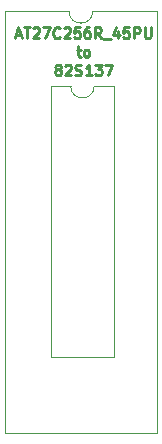
<source format=gbr>
G04 #@! TF.GenerationSoftware,KiCad,Pcbnew,(5.1.4)-1*
G04 #@! TF.CreationDate,2021-03-20T22:52:07-04:00*
G04 #@! TF.ProjectId,27C256_to_82s137,32374332-3536-45f7-946f-5f3832733133,rev?*
G04 #@! TF.SameCoordinates,Original*
G04 #@! TF.FileFunction,Legend,Top*
G04 #@! TF.FilePolarity,Positive*
%FSLAX46Y46*%
G04 Gerber Fmt 4.6, Leading zero omitted, Abs format (unit mm)*
G04 Created by KiCad (PCBNEW (5.1.4)-1) date 2021-03-20 22:52:07*
%MOMM*%
%LPD*%
G04 APERTURE LIST*
%ADD10C,0.225000*%
%ADD11C,0.120000*%
G04 APERTURE END LIST*
D10*
X160858571Y-77915000D02*
X161287142Y-77915000D01*
X160772857Y-78172142D02*
X161072857Y-77272142D01*
X161372857Y-78172142D01*
X161544285Y-77272142D02*
X162058571Y-77272142D01*
X161801428Y-78172142D02*
X161801428Y-77272142D01*
X162315714Y-77357857D02*
X162358571Y-77315000D01*
X162444285Y-77272142D01*
X162658571Y-77272142D01*
X162744285Y-77315000D01*
X162787142Y-77357857D01*
X162830000Y-77443571D01*
X162830000Y-77529285D01*
X162787142Y-77657857D01*
X162272857Y-78172142D01*
X162830000Y-78172142D01*
X163130000Y-77272142D02*
X163730000Y-77272142D01*
X163344285Y-78172142D01*
X164587142Y-78086428D02*
X164544285Y-78129285D01*
X164415714Y-78172142D01*
X164330000Y-78172142D01*
X164201428Y-78129285D01*
X164115714Y-78043571D01*
X164072857Y-77957857D01*
X164030000Y-77786428D01*
X164030000Y-77657857D01*
X164072857Y-77486428D01*
X164115714Y-77400714D01*
X164201428Y-77315000D01*
X164330000Y-77272142D01*
X164415714Y-77272142D01*
X164544285Y-77315000D01*
X164587142Y-77357857D01*
X164930000Y-77357857D02*
X164972857Y-77315000D01*
X165058571Y-77272142D01*
X165272857Y-77272142D01*
X165358571Y-77315000D01*
X165401428Y-77357857D01*
X165444285Y-77443571D01*
X165444285Y-77529285D01*
X165401428Y-77657857D01*
X164887142Y-78172142D01*
X165444285Y-78172142D01*
X166258571Y-77272142D02*
X165830000Y-77272142D01*
X165787142Y-77700714D01*
X165830000Y-77657857D01*
X165915714Y-77615000D01*
X166130000Y-77615000D01*
X166215714Y-77657857D01*
X166258571Y-77700714D01*
X166301428Y-77786428D01*
X166301428Y-78000714D01*
X166258571Y-78086428D01*
X166215714Y-78129285D01*
X166130000Y-78172142D01*
X165915714Y-78172142D01*
X165830000Y-78129285D01*
X165787142Y-78086428D01*
X167072857Y-77272142D02*
X166901428Y-77272142D01*
X166815714Y-77315000D01*
X166772857Y-77357857D01*
X166687142Y-77486428D01*
X166644285Y-77657857D01*
X166644285Y-78000714D01*
X166687142Y-78086428D01*
X166730000Y-78129285D01*
X166815714Y-78172142D01*
X166987142Y-78172142D01*
X167072857Y-78129285D01*
X167115714Y-78086428D01*
X167158571Y-78000714D01*
X167158571Y-77786428D01*
X167115714Y-77700714D01*
X167072857Y-77657857D01*
X166987142Y-77615000D01*
X166815714Y-77615000D01*
X166730000Y-77657857D01*
X166687142Y-77700714D01*
X166644285Y-77786428D01*
X168058571Y-78172142D02*
X167758571Y-77743571D01*
X167544285Y-78172142D02*
X167544285Y-77272142D01*
X167887142Y-77272142D01*
X167972857Y-77315000D01*
X168015714Y-77357857D01*
X168058571Y-77443571D01*
X168058571Y-77572142D01*
X168015714Y-77657857D01*
X167972857Y-77700714D01*
X167887142Y-77743571D01*
X167544285Y-77743571D01*
X168230000Y-78257857D02*
X168915714Y-78257857D01*
X169515714Y-77572142D02*
X169515714Y-78172142D01*
X169301428Y-77229285D02*
X169087142Y-77872142D01*
X169644285Y-77872142D01*
X170415714Y-77272142D02*
X169987142Y-77272142D01*
X169944285Y-77700714D01*
X169987142Y-77657857D01*
X170072857Y-77615000D01*
X170287142Y-77615000D01*
X170372857Y-77657857D01*
X170415714Y-77700714D01*
X170458571Y-77786428D01*
X170458571Y-78000714D01*
X170415714Y-78086428D01*
X170372857Y-78129285D01*
X170287142Y-78172142D01*
X170072857Y-78172142D01*
X169987142Y-78129285D01*
X169944285Y-78086428D01*
X170844285Y-78172142D02*
X170844285Y-77272142D01*
X171187142Y-77272142D01*
X171272857Y-77315000D01*
X171315714Y-77357857D01*
X171358571Y-77443571D01*
X171358571Y-77572142D01*
X171315714Y-77657857D01*
X171272857Y-77700714D01*
X171187142Y-77743571D01*
X170844285Y-77743571D01*
X171744285Y-77272142D02*
X171744285Y-78000714D01*
X171787142Y-78086428D01*
X171830000Y-78129285D01*
X171915714Y-78172142D01*
X172087142Y-78172142D01*
X172172857Y-78129285D01*
X172215714Y-78086428D01*
X172258571Y-78000714D01*
X172258571Y-77272142D01*
X166001428Y-79147142D02*
X166344285Y-79147142D01*
X166130000Y-78847142D02*
X166130000Y-79618571D01*
X166172857Y-79704285D01*
X166258571Y-79747142D01*
X166344285Y-79747142D01*
X166772857Y-79747142D02*
X166687142Y-79704285D01*
X166644285Y-79661428D01*
X166601428Y-79575714D01*
X166601428Y-79318571D01*
X166644285Y-79232857D01*
X166687142Y-79190000D01*
X166772857Y-79147142D01*
X166901428Y-79147142D01*
X166987142Y-79190000D01*
X167030000Y-79232857D01*
X167072857Y-79318571D01*
X167072857Y-79575714D01*
X167030000Y-79661428D01*
X166987142Y-79704285D01*
X166901428Y-79747142D01*
X166772857Y-79747142D01*
X164351428Y-80807857D02*
X164265714Y-80765000D01*
X164222857Y-80722142D01*
X164180000Y-80636428D01*
X164180000Y-80593571D01*
X164222857Y-80507857D01*
X164265714Y-80465000D01*
X164351428Y-80422142D01*
X164522857Y-80422142D01*
X164608571Y-80465000D01*
X164651428Y-80507857D01*
X164694285Y-80593571D01*
X164694285Y-80636428D01*
X164651428Y-80722142D01*
X164608571Y-80765000D01*
X164522857Y-80807857D01*
X164351428Y-80807857D01*
X164265714Y-80850714D01*
X164222857Y-80893571D01*
X164180000Y-80979285D01*
X164180000Y-81150714D01*
X164222857Y-81236428D01*
X164265714Y-81279285D01*
X164351428Y-81322142D01*
X164522857Y-81322142D01*
X164608571Y-81279285D01*
X164651428Y-81236428D01*
X164694285Y-81150714D01*
X164694285Y-80979285D01*
X164651428Y-80893571D01*
X164608571Y-80850714D01*
X164522857Y-80807857D01*
X165037142Y-80507857D02*
X165080000Y-80465000D01*
X165165714Y-80422142D01*
X165380000Y-80422142D01*
X165465714Y-80465000D01*
X165508571Y-80507857D01*
X165551428Y-80593571D01*
X165551428Y-80679285D01*
X165508571Y-80807857D01*
X164994285Y-81322142D01*
X165551428Y-81322142D01*
X165894285Y-81279285D02*
X166022857Y-81322142D01*
X166237142Y-81322142D01*
X166322857Y-81279285D01*
X166365714Y-81236428D01*
X166408571Y-81150714D01*
X166408571Y-81065000D01*
X166365714Y-80979285D01*
X166322857Y-80936428D01*
X166237142Y-80893571D01*
X166065714Y-80850714D01*
X165980000Y-80807857D01*
X165937142Y-80765000D01*
X165894285Y-80679285D01*
X165894285Y-80593571D01*
X165937142Y-80507857D01*
X165980000Y-80465000D01*
X166065714Y-80422142D01*
X166280000Y-80422142D01*
X166408571Y-80465000D01*
X167265714Y-81322142D02*
X166751428Y-81322142D01*
X167008571Y-81322142D02*
X167008571Y-80422142D01*
X166922857Y-80550714D01*
X166837142Y-80636428D01*
X166751428Y-80679285D01*
X167565714Y-80422142D02*
X168122857Y-80422142D01*
X167822857Y-80765000D01*
X167951428Y-80765000D01*
X168037142Y-80807857D01*
X168080000Y-80850714D01*
X168122857Y-80936428D01*
X168122857Y-81150714D01*
X168080000Y-81236428D01*
X168037142Y-81279285D01*
X167951428Y-81322142D01*
X167694285Y-81322142D01*
X167608571Y-81279285D01*
X167565714Y-81236428D01*
X168422857Y-80422142D02*
X169022857Y-80422142D01*
X168637142Y-81322142D01*
D11*
X169140000Y-82230000D02*
X167490000Y-82230000D01*
X169140000Y-105210000D02*
X169140000Y-82230000D01*
X163840000Y-105210000D02*
X169140000Y-105210000D01*
X163840000Y-82230000D02*
X163840000Y-105210000D01*
X165490000Y-82230000D02*
X163840000Y-82230000D01*
X167490000Y-82230000D02*
G75*
G02X165490000Y-82230000I-1000000J0D01*
G01*
X172815001Y-75905001D02*
X167355001Y-75905001D01*
X172815001Y-111585001D02*
X172815001Y-75905001D01*
X159895001Y-111585001D02*
X172815001Y-111585001D01*
X159895001Y-75905001D02*
X159895001Y-111585001D01*
X165355001Y-75905001D02*
X159895001Y-75905001D01*
X167355001Y-75905001D02*
G75*
G02X165355001Y-75905001I-1000000J0D01*
G01*
M02*

</source>
